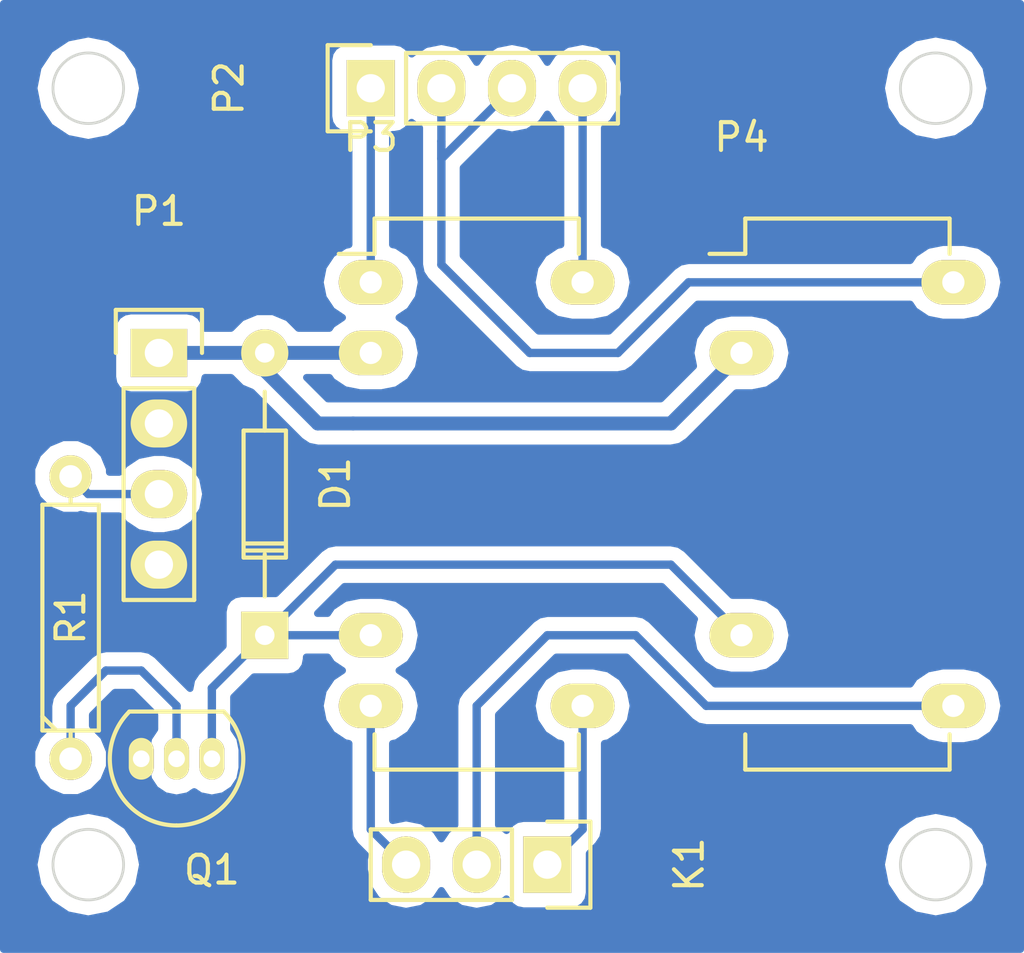
<source format=kicad_pcb>
(kicad_pcb (version 4) (host pcbnew 4.0.2-stable)

  (general
    (links 17)
    (no_connects 0)
    (area 218.389999 85.674999 221.030001 88.315001)
    (thickness 1.6)
    (drawings 4)
    (tracks 53)
    (zones 0)
    (modules 8)
    (nets 12)
  )

  (page A3)
  (layers
    (0 F.Cu signal)
    (31 B.Cu signal)
    (33 F.Adhes user)
    (35 F.Paste user)
    (37 F.SilkS user)
    (39 F.Mask user)
    (44 Edge.Cuts user)
  )

  (setup
    (last_trace_width 0.3)
    (trace_clearance 0.3)
    (zone_clearance 0.508)
    (zone_45_only no)
    (trace_min 0.254)
    (segment_width 0.2)
    (edge_width 0.1)
    (via_size 0.889)
    (via_drill 0.635)
    (via_min_size 0.889)
    (via_min_drill 0.508)
    (uvia_size 0.508)
    (uvia_drill 0.127)
    (uvias_allowed no)
    (uvia_min_size 0.508)
    (uvia_min_drill 0.127)
    (pcb_text_width 0.3)
    (pcb_text_size 1.5 1.5)
    (mod_edge_width 0.15)
    (mod_text_size 1 1)
    (mod_text_width 0.15)
    (pad_size 1.2 1.8)
    (pad_drill 0.8128)
    (pad_to_mask_clearance 0.3)
    (solder_mask_min_width 0.3)
    (aux_axis_origin 0 0)
    (visible_elements FFFFFFBF)
    (pcbplotparams
      (layerselection 0x00030_80000001)
      (usegerberextensions false)
      (excludeedgelayer false)
      (linewidth 0.150000)
      (plotframeref false)
      (viasonmask false)
      (mode 1)
      (useauxorigin false)
      (hpglpennumber 1)
      (hpglpenspeed 20)
      (hpglpendiameter 15)
      (hpglpenoverlay 2)
      (psnegative false)
      (psa4output false)
      (plotreference true)
      (plotvalue true)
      (plotinvisibletext false)
      (padsonsilk false)
      (subtractmaskfromsilk false)
      (outputformat 5)
      (mirror false)
      (drillshape 1)
      (scaleselection 1)
      (outputdirectory output/))
  )

  (net 0 "")
  (net 1 /EN1)
  (net 2 /G_IN1)
  (net 3 /G_OUT)
  (net 4 /L_IN1)
  (net 5 /L_OUT)
  (net 6 /R_IN1)
  (net 7 /R_OUT)
  (net 8 /VCC)
  (net 9 GND)
  (net 10 "Net-(D1-Pad1)")
  (net 11 "Net-(Q1-Pad2)")

  (net_class Default "This is the default net class."
    (clearance 0.3)
    (trace_width 0.3)
    (via_dia 0.889)
    (via_drill 0.635)
    (uvia_dia 0.508)
    (uvia_drill 0.127)
    (add_net /EN1)
    (add_net /G_IN1)
    (add_net /G_OUT)
    (add_net /L_IN1)
    (add_net /L_OUT)
    (add_net /R_IN1)
    (add_net /R_OUT)
    (add_net "Net-(D1-Pad1)")
    (add_net "Net-(Q1-Pad2)")
  )

  (net_class Power ""
    (clearance 0.5)
    (trace_width 0.5)
    (via_dia 0.889)
    (via_drill 0.635)
    (uvia_dia 0.508)
    (uvia_drill 0.127)
    (add_net /VCC)
    (add_net GND)
  )

  (module Diodes_ThroughHole:Diode_DO-35_SOD27_Horizontal_RM10 (layer F.Cu) (tedit 5747F8FC) (tstamp 5747F809)
    (at 215.265 145.415 90)
    (descr "Diode, DO-35,  SOD27, Horizontal, RM 10mm")
    (tags "Diode, DO-35, SOD27, Horizontal, RM 10mm, 1N4148,")
    (path /537C7AE2)
    (fp_text reference D1 (at 5.43052 2.53746 90) (layer F.SilkS)
      (effects (font (size 1 1) (thickness 0.15)))
    )
    (fp_text value DIODE (at 6.35 -1.27 90) (layer F.Fab)
      (effects (font (size 1 1) (thickness 0.15)))
    )
    (fp_line (start 7.36652 -0.00254) (end 8.76352 -0.00254) (layer F.SilkS) (width 0.15))
    (fp_line (start 2.92152 -0.00254) (end 1.39752 -0.00254) (layer F.SilkS) (width 0.15))
    (fp_line (start 3.30252 -0.76454) (end 3.30252 0.75946) (layer F.SilkS) (width 0.15))
    (fp_line (start 3.04852 -0.76454) (end 3.04852 0.75946) (layer F.SilkS) (width 0.15))
    (fp_line (start 2.79452 -0.00254) (end 2.79452 0.75946) (layer F.SilkS) (width 0.15))
    (fp_line (start 2.79452 0.75946) (end 7.36652 0.75946) (layer F.SilkS) (width 0.15))
    (fp_line (start 7.36652 0.75946) (end 7.36652 -0.76454) (layer F.SilkS) (width 0.15))
    (fp_line (start 7.36652 -0.76454) (end 2.79452 -0.76454) (layer F.SilkS) (width 0.15))
    (fp_line (start 2.79452 -0.76454) (end 2.79452 -0.00254) (layer F.SilkS) (width 0.15))
    (pad 2 thru_hole circle (at 10.16052 -0.00254 270) (size 1.69926 1.69926) (drill 0.70104) (layers *.Cu *.Mask F.SilkS)
      (net 8 /VCC))
    (pad 1 thru_hole rect (at 0.00052 -0.00254 270) (size 1.69926 1.69926) (drill 0.70104) (layers *.Cu *.Mask F.SilkS)
      (net 10 "Net-(D1-Pad1)"))
    (model Diodes_ThroughHole.3dshapes/Diode_DO-35_SOD27_Horizontal_RM10.wrl
      (at (xyz 0.2 0 0))
      (scale (xyz 0.4 0.4 0.4))
      (rotate (xyz 0 0 180))
    )
  )

  (module Pin_Headers:Pin_Header_Straight_1x03 (layer F.Cu) (tedit 0) (tstamp 5747F80E)
    (at 225.425 153.67 270)
    (descr "Through hole pin header")
    (tags "pin header")
    (path /537C7B53)
    (fp_text reference K1 (at 0 -5.1 270) (layer F.SilkS)
      (effects (font (size 1 1) (thickness 0.15)))
    )
    (fp_text value CONN_3 (at 0 -3.1 270) (layer F.Fab)
      (effects (font (size 1 1) (thickness 0.15)))
    )
    (fp_line (start -1.75 -1.75) (end -1.75 6.85) (layer F.CrtYd) (width 0.05))
    (fp_line (start 1.75 -1.75) (end 1.75 6.85) (layer F.CrtYd) (width 0.05))
    (fp_line (start -1.75 -1.75) (end 1.75 -1.75) (layer F.CrtYd) (width 0.05))
    (fp_line (start -1.75 6.85) (end 1.75 6.85) (layer F.CrtYd) (width 0.05))
    (fp_line (start -1.27 1.27) (end -1.27 6.35) (layer F.SilkS) (width 0.15))
    (fp_line (start -1.27 6.35) (end 1.27 6.35) (layer F.SilkS) (width 0.15))
    (fp_line (start 1.27 6.35) (end 1.27 1.27) (layer F.SilkS) (width 0.15))
    (fp_line (start 1.55 -1.55) (end 1.55 0) (layer F.SilkS) (width 0.15))
    (fp_line (start 1.27 1.27) (end -1.27 1.27) (layer F.SilkS) (width 0.15))
    (fp_line (start -1.55 0) (end -1.55 -1.55) (layer F.SilkS) (width 0.15))
    (fp_line (start -1.55 -1.55) (end 1.55 -1.55) (layer F.SilkS) (width 0.15))
    (pad 1 thru_hole rect (at 0 0 270) (size 2.032 1.7272) (drill 1.016) (layers *.Cu *.Mask F.SilkS)
      (net 7 /R_OUT))
    (pad 2 thru_hole oval (at 0 2.54 270) (size 2.032 1.7272) (drill 1.016) (layers *.Cu *.Mask F.SilkS)
      (net 3 /G_OUT))
    (pad 3 thru_hole oval (at 0 5.08 270) (size 2.032 1.7272) (drill 1.016) (layers *.Cu *.Mask F.SilkS)
      (net 5 /L_OUT))
    (model Pin_Headers.3dshapes/Pin_Header_Straight_1x03.wrl
      (at (xyz 0 -0.1 0))
      (scale (xyz 1 1 1))
      (rotate (xyz 0 0 90))
    )
  )

  (module Pin_Headers:Pin_Header_Straight_1x04 (layer F.Cu) (tedit 0) (tstamp 5747F81B)
    (at 211.455 135.255)
    (descr "Through hole pin header")
    (tags "pin header")
    (path /5747FE33)
    (fp_text reference P1 (at 0 -5.1) (layer F.SilkS)
      (effects (font (size 1 1) (thickness 0.15)))
    )
    (fp_text value CONN_4 (at 0 -3.1) (layer F.Fab)
      (effects (font (size 1 1) (thickness 0.15)))
    )
    (fp_line (start -1.75 -1.75) (end -1.75 9.4) (layer F.CrtYd) (width 0.05))
    (fp_line (start 1.75 -1.75) (end 1.75 9.4) (layer F.CrtYd) (width 0.05))
    (fp_line (start -1.75 -1.75) (end 1.75 -1.75) (layer F.CrtYd) (width 0.05))
    (fp_line (start -1.75 9.4) (end 1.75 9.4) (layer F.CrtYd) (width 0.05))
    (fp_line (start -1.27 1.27) (end -1.27 8.89) (layer F.SilkS) (width 0.15))
    (fp_line (start 1.27 1.27) (end 1.27 8.89) (layer F.SilkS) (width 0.15))
    (fp_line (start 1.55 -1.55) (end 1.55 0) (layer F.SilkS) (width 0.15))
    (fp_line (start -1.27 8.89) (end 1.27 8.89) (layer F.SilkS) (width 0.15))
    (fp_line (start 1.27 1.27) (end -1.27 1.27) (layer F.SilkS) (width 0.15))
    (fp_line (start -1.55 0) (end -1.55 -1.55) (layer F.SilkS) (width 0.15))
    (fp_line (start -1.55 -1.55) (end 1.55 -1.55) (layer F.SilkS) (width 0.15))
    (pad 1 thru_hole rect (at 0 0) (size 2.032 1.7272) (drill 1.016) (layers *.Cu *.Mask F.SilkS)
      (net 8 /VCC))
    (pad 2 thru_hole oval (at 0 2.54) (size 2.032 1.7272) (drill 1.016) (layers *.Cu *.Mask F.SilkS)
      (net 9 GND))
    (pad 3 thru_hole oval (at 0 5.08) (size 2.032 1.7272) (drill 1.016) (layers *.Cu *.Mask F.SilkS)
      (net 1 /EN1))
    (pad 4 thru_hole oval (at 0 7.62) (size 2.032 1.7272) (drill 1.016) (layers *.Cu *.Mask F.SilkS)
      (net 9 GND))
    (model Pin_Headers.3dshapes/Pin_Header_Straight_1x04.wrl
      (at (xyz 0 -0.15 0))
      (scale (xyz 1 1 1))
      (rotate (xyz 0 0 90))
    )
  )

  (module Pin_Headers:Pin_Header_Straight_1x04 (layer F.Cu) (tedit 0) (tstamp 5747F81C)
    (at 219.075 125.73 90)
    (descr "Through hole pin header")
    (tags "pin header")
    (path /564B2CE5)
    (fp_text reference P2 (at 0 -5.1 90) (layer F.SilkS)
      (effects (font (size 1 1) (thickness 0.15)))
    )
    (fp_text value CONN_4 (at 0 -3.1 90) (layer F.Fab)
      (effects (font (size 1 1) (thickness 0.15)))
    )
    (fp_line (start -1.75 -1.75) (end -1.75 9.4) (layer F.CrtYd) (width 0.05))
    (fp_line (start 1.75 -1.75) (end 1.75 9.4) (layer F.CrtYd) (width 0.05))
    (fp_line (start -1.75 -1.75) (end 1.75 -1.75) (layer F.CrtYd) (width 0.05))
    (fp_line (start -1.75 9.4) (end 1.75 9.4) (layer F.CrtYd) (width 0.05))
    (fp_line (start -1.27 1.27) (end -1.27 8.89) (layer F.SilkS) (width 0.15))
    (fp_line (start 1.27 1.27) (end 1.27 8.89) (layer F.SilkS) (width 0.15))
    (fp_line (start 1.55 -1.55) (end 1.55 0) (layer F.SilkS) (width 0.15))
    (fp_line (start -1.27 8.89) (end 1.27 8.89) (layer F.SilkS) (width 0.15))
    (fp_line (start 1.27 1.27) (end -1.27 1.27) (layer F.SilkS) (width 0.15))
    (fp_line (start -1.55 0) (end -1.55 -1.55) (layer F.SilkS) (width 0.15))
    (fp_line (start -1.55 -1.55) (end 1.55 -1.55) (layer F.SilkS) (width 0.15))
    (pad 1 thru_hole rect (at 0 0 90) (size 2.032 1.7272) (drill 1.016) (layers *.Cu *.Mask F.SilkS)
      (net 4 /L_IN1))
    (pad 2 thru_hole oval (at 0 2.54 90) (size 2.032 1.7272) (drill 1.016) (layers *.Cu *.Mask F.SilkS)
      (net 2 /G_IN1))
    (pad 3 thru_hole oval (at 0 5.08 90) (size 2.032 1.7272) (drill 1.016) (layers *.Cu *.Mask F.SilkS)
      (net 2 /G_IN1))
    (pad 4 thru_hole oval (at 0 7.62 90) (size 2.032 1.7272) (drill 1.016) (layers *.Cu *.Mask F.SilkS)
      (net 6 /R_IN1))
    (model Pin_Headers.3dshapes/Pin_Header_Straight_1x04.wrl
      (at (xyz 0 -0.15 0))
      (scale (xyz 1 1 1))
      (rotate (xyz 0 0 90))
    )
  )

  (module Housings_DIP:DIP-14_W7.62mm_LongPads (layer F.Cu) (tedit 5747F8AA) (tstamp 5747F823)
    (at 219.075 132.715)
    (descr "14-lead dip package, row spacing 7.62 mm (300 mils), longer pads")
    (tags "dil dip 2.54 300")
    (path /537C7ABA)
    (fp_text reference P3 (at 0 -5.22) (layer F.SilkS)
      (effects (font (size 1 1) (thickness 0.15)))
    )
    (fp_text value DIP05-2A72-21L (at 0 -3.72) (layer F.Fab)
      (effects (font (size 1 1) (thickness 0.15)))
    )
    (fp_line (start -1.4 -2.45) (end -1.4 17.7) (layer F.CrtYd) (width 0.05))
    (fp_line (start 9 -2.45) (end 9 17.7) (layer F.CrtYd) (width 0.05))
    (fp_line (start -1.4 -2.45) (end 9 -2.45) (layer F.CrtYd) (width 0.05))
    (fp_line (start -1.4 17.7) (end 9 17.7) (layer F.CrtYd) (width 0.05))
    (fp_line (start 0.135 -2.295) (end 0.135 -1.025) (layer F.SilkS) (width 0.15))
    (fp_line (start 7.485 -2.295) (end 7.485 -1.025) (layer F.SilkS) (width 0.15))
    (fp_line (start 7.485 17.535) (end 7.485 16.265) (layer F.SilkS) (width 0.15))
    (fp_line (start 0.135 17.535) (end 0.135 16.265) (layer F.SilkS) (width 0.15))
    (fp_line (start 0.135 -2.295) (end 7.485 -2.295) (layer F.SilkS) (width 0.15))
    (fp_line (start 0.135 17.535) (end 7.485 17.535) (layer F.SilkS) (width 0.15))
    (fp_line (start 0.135 -1.025) (end -1.15 -1.025) (layer F.SilkS) (width 0.15))
    (pad 1 thru_hole oval (at 0 0) (size 2.3 1.6) (drill 0.8) (layers *.Cu *.Mask F.SilkS)
      (net 4 /L_IN1))
    (pad 2 thru_hole oval (at 0 2.54) (size 2.3 1.6) (drill 0.8) (layers *.Cu *.Mask F.SilkS)
      (net 8 /VCC))
    (pad 6 thru_hole oval (at 0 12.7) (size 2.3 1.6) (drill 0.8) (layers *.Cu *.Mask F.SilkS)
      (net 10 "Net-(D1-Pad1)"))
    (pad 7 thru_hole oval (at 0 15.24) (size 2.3 1.6) (drill 0.8) (layers *.Cu *.Mask F.SilkS)
      (net 5 /L_OUT))
    (pad 8 thru_hole oval (at 7.62 15.24) (size 2.3 1.6) (drill 0.8) (layers *.Cu *.Mask F.SilkS)
      (net 7 /R_OUT))
    (pad 14 thru_hole oval (at 7.62 0) (size 2.3 1.6) (drill 0.8) (layers *.Cu *.Mask F.SilkS)
      (net 6 /R_IN1))
    (model Housings_DIP.3dshapes/DIP-14_W7.62mm_LongPads.wrl
      (at (xyz 0 0 0))
      (scale (xyz 1 1 1))
      (rotate (xyz 0 0 0))
    )
  )

  (module Housings_DIP:DIP-14_W7.62mm_LongPads (layer F.Cu) (tedit 5747FA27) (tstamp 5747F834)
    (at 232.41 132.715)
    (descr "14-lead dip package, row spacing 7.62 mm (300 mils), longer pads")
    (tags "dil dip 2.54 300")
    (path /5382156C)
    (fp_text reference P4 (at 0 -5.22) (layer F.SilkS)
      (effects (font (size 1 1) (thickness 0.15)))
    )
    (fp_text value DIP05-1A72-12L (at 0 -3.72) (layer F.Fab)
      (effects (font (size 1 1) (thickness 0.15)))
    )
    (fp_line (start -1.4 -2.45) (end -1.4 17.7) (layer F.CrtYd) (width 0.05))
    (fp_line (start 9 -2.45) (end 9 17.7) (layer F.CrtYd) (width 0.05))
    (fp_line (start -1.4 -2.45) (end 9 -2.45) (layer F.CrtYd) (width 0.05))
    (fp_line (start -1.4 17.7) (end 9 17.7) (layer F.CrtYd) (width 0.05))
    (fp_line (start 0.135 -2.295) (end 0.135 -1.025) (layer F.SilkS) (width 0.15))
    (fp_line (start 7.485 -2.295) (end 7.485 -1.025) (layer F.SilkS) (width 0.15))
    (fp_line (start 7.485 17.535) (end 7.485 16.265) (layer F.SilkS) (width 0.15))
    (fp_line (start 0.135 17.535) (end 0.135 16.265) (layer F.SilkS) (width 0.15))
    (fp_line (start 0.135 -2.295) (end 7.485 -2.295) (layer F.SilkS) (width 0.15))
    (fp_line (start 0.135 17.535) (end 7.485 17.535) (layer F.SilkS) (width 0.15))
    (fp_line (start 0.135 -1.025) (end -1.15 -1.025) (layer F.SilkS) (width 0.15))
    (pad 2 thru_hole oval (at 0 2.54) (size 2.3 1.6) (drill 0.8) (layers *.Cu *.Mask F.SilkS)
      (net 8 /VCC))
    (pad 6 thru_hole oval (at 0 12.7) (size 2.3 1.6) (drill 0.8) (layers *.Cu *.Mask F.SilkS)
      (net 10 "Net-(D1-Pad1)"))
    (pad 8 thru_hole oval (at 7.62 15.24) (size 2.3 1.6) (drill 0.8) (layers *.Cu *.Mask F.SilkS)
      (net 3 /G_OUT))
    (pad 14 thru_hole oval (at 7.62 0) (size 2.3 1.6) (drill 0.8) (layers *.Cu *.Mask F.SilkS)
      (net 2 /G_IN1))
    (model Housings_DIP.3dshapes/DIP-14_W7.62mm_LongPads.wrl
      (at (xyz 0 0 0))
      (scale (xyz 1 1 1))
      (rotate (xyz 0 0 0))
    )
  )

  (module TO_SOT_Packages_THT:TO-92_Inline_Narrow_Oval (layer F.Cu) (tedit 5747F8F9) (tstamp 5747F845)
    (at 213.36 149.86 180)
    (descr "TO-92 leads in-line, narrow, oval pads, drill 0.6mm (see NXP sot054_po.pdf)")
    (tags "to-92 sc-43 sc-43a sot54 PA33 transistor")
    (path /537C7A2D)
    (fp_text reference Q1 (at 0 -4 180) (layer F.SilkS)
      (effects (font (size 1 1) (thickness 0.15)))
    )
    (fp_text value BC547 (at -2.54 -0.635 270) (layer F.Fab)
      (effects (font (size 1 1) (thickness 0.15)))
    )
    (fp_line (start -1.4 1.95) (end -1.4 -2.65) (layer F.CrtYd) (width 0.05))
    (fp_line (start -1.4 1.95) (end 3.95 1.95) (layer F.CrtYd) (width 0.05))
    (fp_line (start -0.43 1.7) (end 2.97 1.7) (layer F.SilkS) (width 0.15))
    (fp_arc (start 1.27 0) (end 1.27 -2.4) (angle -135) (layer F.SilkS) (width 0.15))
    (fp_arc (start 1.27 0) (end 1.27 -2.4) (angle 135) (layer F.SilkS) (width 0.15))
    (fp_line (start -1.4 -2.65) (end 3.95 -2.65) (layer F.CrtYd) (width 0.05))
    (fp_line (start 3.95 1.95) (end 3.95 -2.65) (layer F.CrtYd) (width 0.05))
    (pad 2 thru_hole oval (at 1.27 0) (size 0.89916 1.50114) (drill 0.6) (layers *.Cu *.Mask F.SilkS)
      (net 11 "Net-(Q1-Pad2)"))
    (pad 3 thru_hole oval (at 2.54 0) (size 0.89916 1.50114) (drill 0.6) (layers *.Cu *.Mask F.SilkS)
      (net 9 GND))
    (pad 1 thru_hole oval (at 0 0) (size 0.89916 1.50114) (drill 0.6) (layers *.Cu *.Mask F.SilkS)
      (net 10 "Net-(D1-Pad1)"))
    (model TO_SOT_Packages_THT.3dshapes/TO-92_Inline_Narrow_Oval.wrl
      (at (xyz 0.05 0 0))
      (scale (xyz 1 1 1))
      (rotate (xyz 0 0 -90))
    )
  )

  (module Discret:R4 (layer F.Cu) (tedit 0) (tstamp 5747F84B)
    (at 208.28 144.78 90)
    (descr "Resitance 4 pas")
    (tags R)
    (path /537C7C41)
    (fp_text reference R1 (at 0 0 90) (layer F.SilkS)
      (effects (font (size 1 1) (thickness 0.15)))
    )
    (fp_text value 12K (at 0 0 90) (layer F.Fab)
      (effects (font (size 1 1) (thickness 0.15)))
    )
    (fp_line (start -5.08 0) (end -4.064 0) (layer F.SilkS) (width 0.15))
    (fp_line (start -4.064 0) (end -4.064 -1.016) (layer F.SilkS) (width 0.15))
    (fp_line (start -4.064 -1.016) (end 4.064 -1.016) (layer F.SilkS) (width 0.15))
    (fp_line (start 4.064 -1.016) (end 4.064 1.016) (layer F.SilkS) (width 0.15))
    (fp_line (start 4.064 1.016) (end -4.064 1.016) (layer F.SilkS) (width 0.15))
    (fp_line (start -4.064 1.016) (end -4.064 0) (layer F.SilkS) (width 0.15))
    (fp_line (start -4.064 -0.508) (end -3.556 -1.016) (layer F.SilkS) (width 0.15))
    (fp_line (start 5.08 0) (end 4.064 0) (layer F.SilkS) (width 0.15))
    (pad 1 thru_hole circle (at -5.08 0 90) (size 1.524 1.524) (drill 0.8128) (layers *.Cu *.Mask F.SilkS)
      (net 11 "Net-(Q1-Pad2)"))
    (pad 2 thru_hole circle (at 5.08 0 90) (size 1.524 1.524) (drill 0.8128) (layers *.Cu *.Mask F.SilkS)
      (net 1 /EN1))
    (model Discret.3dshapes/R4.wrl
      (at (xyz 0 0 0))
      (scale (xyz 0.4 0.4 0.4))
      (rotate (xyz 0 0 0))
    )
  )

  (gr_circle (center 239.395 153.67) (end 240.665 153.67) (layer Edge.Cuts) (width 0.1))
  (gr_circle (center 208.915 153.67) (end 210.185 153.67) (layer Edge.Cuts) (width 0.1))
  (gr_circle (center 239.395 125.73) (end 240.665 125.73) (layer Edge.Cuts) (width 0.1))
  (gr_circle (center 208.915 125.73) (end 210.185 125.73) (layer Edge.Cuts) (width 0.1))

  (segment (start 211.455 140.335) (end 208.915 140.335) (width 0.3) (layer B.Cu) (net 1))
  (segment (start 208.915 140.335) (end 208.28 139.7) (width 0.3) (layer B.Cu) (net 1) (tstamp 5747FB14))
  (segment (start 224.155 125.73) (end 221.615 128.27) (width 0.3) (layer B.Cu) (net 2))
  (segment (start 221.615 128.27) (end 221.615 127.635) (width 0.3) (layer B.Cu) (net 2) (tstamp 5747FA7A))
  (segment (start 224.155 125.73) (end 223.52 125.73) (width 0.3) (layer B.Cu) (net 2))
  (segment (start 240.03 132.715) (end 230.505 132.715) (width 0.3) (layer B.Cu) (net 2) (status 400000))
  (segment (start 230.505 132.715) (end 227.965 135.255) (width 0.3) (layer B.Cu) (net 2) (tstamp 5747FA42))
  (segment (start 227.965 135.255) (end 224.79 135.255) (width 0.3) (layer B.Cu) (net 2) (tstamp 5747FA44))
  (segment (start 224.79 135.255) (end 221.615 132.08) (width 0.3) (layer B.Cu) (net 2) (tstamp 5747FA46))
  (segment (start 221.615 132.08) (end 221.615 127.635) (width 0.3) (layer B.Cu) (net 2) (tstamp 5747FA48))
  (segment (start 221.615 127.635) (end 221.615 125.73) (width 0.3) (layer B.Cu) (net 2) (tstamp 5747FA51))
  (segment (start 239.395 132.715) (end 240.03 132.715) (width 0.3) (layer B.Cu) (net 2) (tstamp 5747FA19))
  (segment (start 240.03 147.955) (end 231.14 147.955) (width 0.3) (layer B.Cu) (net 3) (status 400000))
  (segment (start 222.885 147.955) (end 222.885 153.67) (width 0.3) (layer B.Cu) (net 3) (tstamp 5747FA66))
  (segment (start 225.425 145.415) (end 222.885 147.955) (width 0.3) (layer B.Cu) (net 3) (tstamp 5747FA64))
  (segment (start 228.6 145.415) (end 225.425 145.415) (width 0.3) (layer B.Cu) (net 3) (tstamp 5747FA62))
  (segment (start 231.14 147.955) (end 228.6 145.415) (width 0.3) (layer B.Cu) (net 3) (tstamp 5747FA60))
  (segment (start 219.075 125.73) (end 219.075 132.715) (width 0.3) (layer B.Cu) (net 4))
  (segment (start 219.075 147.955) (end 219.075 152.4) (width 0.3) (layer B.Cu) (net 5))
  (segment (start 219.075 152.4) (end 220.345 153.67) (width 0.3) (layer B.Cu) (net 5) (tstamp 5747FA09))
  (segment (start 226.695 125.73) (end 226.695 132.715) (width 0.3) (layer B.Cu) (net 6))
  (segment (start 226.695 147.955) (end 226.695 152.4) (width 0.3) (layer B.Cu) (net 7))
  (segment (start 226.695 152.4) (end 225.425 153.67) (width 0.3) (layer B.Cu) (net 7) (tstamp 5747FA0D))
  (segment (start 214.62746 135.25448) (end 211.45552 135.25448) (width 0.5) (layer B.Cu) (net 8))
  (segment (start 211.45552 135.25448) (end 211.455 135.255) (width 0.5) (layer B.Cu) (net 8) (tstamp 5747FB11))
  (segment (start 214.62746 135.25448) (end 214.62746 135.25246) (width 0.5) (layer B.Cu) (net 8))
  (segment (start 214.62746 135.25448) (end 219.07448 135.25448) (width 0.5) (layer B.Cu) (net 8))
  (segment (start 219.07448 135.25448) (end 219.075 135.255) (width 0.5) (layer B.Cu) (net 8) (tstamp 5747F9A5))
  (segment (start 232.41 135.255) (end 229.87 137.795) (width 0.5) (layer B.Cu) (net 8))
  (segment (start 217.17 137.795) (end 214.62948 135.25448) (width 0.5) (layer B.Cu) (net 8) (tstamp 5747F9A1))
  (segment (start 218.44 137.795) (end 217.17 137.795) (width 0.5) (layer B.Cu) (net 8) (tstamp 5747F9A0))
  (segment (start 229.87 137.795) (end 218.44 137.795) (width 0.5) (layer B.Cu) (net 8) (tstamp 5747F99F))
  (segment (start 214.62948 135.25448) (end 214.62746 135.25448) (width 0.5) (layer B.Cu) (net 8) (tstamp 5747F9A2))
  (segment (start 215.26246 145.41448) (end 219.07448 145.41448) (width 0.3) (layer B.Cu) (net 10) (status C00000))
  (segment (start 219.07448 145.41448) (end 219.075 145.415) (width 0.3) (layer B.Cu) (net 10) (tstamp 5747FB85) (status C00000))
  (segment (start 215.26246 145.41448) (end 215.26552 145.41448) (width 0.3) (layer B.Cu) (net 10) (status C00000))
  (segment (start 215.26552 145.41448) (end 217.805 142.875) (width 0.3) (layer B.Cu) (net 10) (tstamp 5747FB74) (status 400000))
  (segment (start 229.87 142.875) (end 232.41 145.415) (width 0.3) (layer B.Cu) (net 10) (tstamp 5747FB77) (status 800000))
  (segment (start 217.805 142.875) (end 229.87 142.875) (width 0.3) (layer B.Cu) (net 10) (tstamp 5747FB75))
  (segment (start 213.36 149.86) (end 213.36 147.31694) (width 0.3) (layer B.Cu) (net 10) (status 400000))
  (segment (start 213.36 147.31694) (end 215.26246 145.41448) (width 0.3) (layer B.Cu) (net 10) (tstamp 5747FB70) (status 800000))
  (segment (start 215.26246 145.41448) (end 215.26246 146.05254) (width 0.3) (layer B.Cu) (net 10) (status C00000))
  (segment (start 215.26246 144.78254) (end 215.26246 145.41448) (width 0.3) (layer B.Cu) (net 10) (tstamp 5747FB62) (status C00000))
  (segment (start 214.62746 145.41448) (end 214.62746 145.41754) (width 0.3) (layer B.Cu) (net 10))
  (segment (start 219.07448 145.41448) (end 219.075 145.415) (width 0.3) (layer B.Cu) (net 10) (tstamp 5747FA56))
  (segment (start 214.62694 145.415) (end 214.62746 145.41448) (width 0.3) (layer B.Cu) (net 10) (tstamp 5747FA53))
  (segment (start 214.62694 145.415) (end 214.62746 145.41448) (width 0.3) (layer B.Cu) (net 10) (tstamp 5747FA06))
  (segment (start 219.07448 145.41448) (end 219.075 145.415) (width 0.3) (layer B.Cu) (net 10) (tstamp 5747F924))
  (segment (start 212.09 149.86) (end 212.09 147.955) (width 0.3) (layer B.Cu) (net 11))
  (segment (start 208.28 147.955) (end 208.28 149.86) (width 0.3) (layer B.Cu) (net 11) (tstamp 5747FB1E))
  (segment (start 209.55 146.685) (end 208.28 147.955) (width 0.3) (layer B.Cu) (net 11) (tstamp 5747FB1C))
  (segment (start 210.82 146.685) (end 209.55 146.685) (width 0.3) (layer B.Cu) (net 11) (tstamp 5747FB1A))
  (segment (start 212.09 147.955) (end 210.82 146.685) (width 0.3) (layer B.Cu) (net 11) (tstamp 5747FB19))

  (zone (net 9) (net_name GND) (layer B.Cu) (tstamp 5747FA6A) (hatch edge 0.508)
    (connect_pads yes (clearance 0.508))
    (min_thickness 0.254)
    (fill yes (arc_segments 16) (thermal_gap 0.508) (thermal_bridge_width 0.508))
    (polygon
      (pts
        (xy 205.74 122.555) (xy 205.74 156.845) (xy 242.57 156.845) (xy 242.57 122.555)
      )
    )
    (filled_polygon
      (pts
        (xy 242.443 156.718) (xy 205.867 156.718) (xy 205.867 153.67) (xy 206.96 153.67) (xy 207.108816 154.418146)
        (xy 207.532606 155.052394) (xy 208.166854 155.476184) (xy 208.915 155.625) (xy 209.663146 155.476184) (xy 210.297394 155.052394)
        (xy 210.721184 154.418146) (xy 210.87 153.67) (xy 210.721184 152.921854) (xy 210.297394 152.287606) (xy 209.663146 151.863816)
        (xy 208.915 151.715) (xy 208.166854 151.863816) (xy 207.532606 152.287606) (xy 207.108816 152.921854) (xy 206.96 153.67)
        (xy 205.867 153.67) (xy 205.867 150.136661) (xy 206.882758 150.136661) (xy 207.09499 150.650303) (xy 207.48763 151.043629)
        (xy 208.0009 151.256757) (xy 208.556661 151.257242) (xy 209.070303 151.04501) (xy 209.463629 150.65237) (xy 209.676757 150.1391)
        (xy 209.677242 149.583339) (xy 209.46501 149.069697) (xy 209.07237 148.676371) (xy 209.065 148.673311) (xy 209.065 148.280158)
        (xy 209.875158 147.47) (xy 210.494842 147.47) (xy 211.305 148.280158) (xy 211.305 148.792019) (xy 211.087979 149.116814)
        (xy 211.00542 149.531865) (xy 211.00542 150.188135) (xy 211.087979 150.603186) (xy 211.323086 150.955049) (xy 211.674949 151.190156)
        (xy 212.09 151.272715) (xy 212.505051 151.190156) (xy 212.725 151.043191) (xy 212.944949 151.190156) (xy 213.36 151.272715)
        (xy 213.775051 151.190156) (xy 214.126914 150.955049) (xy 214.362021 150.603186) (xy 214.44458 150.188135) (xy 214.44458 149.531865)
        (xy 214.362021 149.116814) (xy 214.145 148.792019) (xy 214.145 147.642098) (xy 214.875548 146.91155) (xy 216.11209 146.91155)
        (xy 216.347407 146.867272) (xy 216.563531 146.7282) (xy 216.708521 146.516) (xy 216.75953 146.26411) (xy 216.75953 146.19948)
        (xy 217.521505 146.19948) (xy 217.675332 146.429698) (xy 218.057418 146.685) (xy 217.675332 146.940302) (xy 217.364263 147.405849)
        (xy 217.25503 147.955) (xy 217.364263 148.504151) (xy 217.675332 148.969698) (xy 218.140879 149.280767) (xy 218.29 149.310429)
        (xy 218.29 152.4) (xy 218.349755 152.700407) (xy 218.519921 152.955079) (xy 218.880195 153.315353) (xy 218.8464 153.485255)
        (xy 218.8464 153.854745) (xy 218.960474 154.428234) (xy 219.28533 154.914415) (xy 219.771511 155.239271) (xy 220.345 155.353345)
        (xy 220.918489 155.239271) (xy 221.40467 154.914415) (xy 221.615 154.599634) (xy 221.82533 154.914415) (xy 222.311511 155.239271)
        (xy 222.885 155.353345) (xy 223.458489 155.239271) (xy 223.94467 154.914415) (xy 223.954243 154.900087) (xy 223.958238 154.921317)
        (xy 224.09731 155.137441) (xy 224.30951 155.282431) (xy 224.5614 155.33344) (xy 226.2886 155.33344) (xy 226.523917 155.289162)
        (xy 226.740041 155.15009) (xy 226.885031 154.93789) (xy 226.93604 154.686) (xy 226.93604 153.67) (xy 237.44 153.67)
        (xy 237.588816 154.418146) (xy 238.012606 155.052394) (xy 238.646854 155.476184) (xy 239.395 155.625) (xy 240.143146 155.476184)
        (xy 240.777394 155.052394) (xy 241.201184 154.418146) (xy 241.35 153.67) (xy 241.201184 152.921854) (xy 240.777394 152.287606)
        (xy 240.143146 151.863816) (xy 239.395 151.715) (xy 238.646854 151.863816) (xy 238.012606 152.287606) (xy 237.588816 152.921854)
        (xy 237.44 153.67) (xy 226.93604 153.67) (xy 226.93604 153.269118) (xy 227.250079 152.955079) (xy 227.420245 152.700407)
        (xy 227.48 152.4) (xy 227.48 149.310429) (xy 227.629121 149.280767) (xy 228.094668 148.969698) (xy 228.405737 148.504151)
        (xy 228.51497 147.955) (xy 228.405737 147.405849) (xy 228.094668 146.940302) (xy 227.629121 146.629233) (xy 227.07997 146.52)
        (xy 226.31003 146.52) (xy 225.760879 146.629233) (xy 225.295332 146.940302) (xy 224.984263 147.405849) (xy 224.87503 147.955)
        (xy 224.984263 148.504151) (xy 225.295332 148.969698) (xy 225.760879 149.280767) (xy 225.91 149.310429) (xy 225.91 152.00656)
        (xy 224.5614 152.00656) (xy 224.326083 152.050838) (xy 224.109959 152.18991) (xy 223.964969 152.40211) (xy 223.9566 152.443439)
        (xy 223.94467 152.425585) (xy 223.67 152.242056) (xy 223.67 148.280158) (xy 225.750158 146.2) (xy 228.274842 146.2)
        (xy 230.584921 148.510079) (xy 230.839594 148.680245) (xy 231.14 148.74) (xy 238.476852 148.74) (xy 238.630332 148.969698)
        (xy 239.095879 149.280767) (xy 239.64503 149.39) (xy 240.41497 149.39) (xy 240.964121 149.280767) (xy 241.429668 148.969698)
        (xy 241.740737 148.504151) (xy 241.84997 147.955) (xy 241.740737 147.405849) (xy 241.429668 146.940302) (xy 240.964121 146.629233)
        (xy 240.41497 146.52) (xy 239.64503 146.52) (xy 239.095879 146.629233) (xy 238.630332 146.940302) (xy 238.476852 147.17)
        (xy 231.465158 147.17) (xy 229.155079 144.859921) (xy 228.900407 144.689755) (xy 228.6 144.63) (xy 225.425 144.63)
        (xy 225.124594 144.689755) (xy 225.124592 144.689756) (xy 225.124593 144.689756) (xy 224.869921 144.859921) (xy 222.329921 147.399921)
        (xy 222.159755 147.654593) (xy 222.159755 147.654594) (xy 222.1 147.955) (xy 222.1 152.242056) (xy 221.82533 152.425585)
        (xy 221.615 152.740366) (xy 221.40467 152.425585) (xy 220.918489 152.100729) (xy 220.345 151.986655) (xy 219.866911 152.081753)
        (xy 219.86 152.074842) (xy 219.86 149.310429) (xy 220.009121 149.280767) (xy 220.474668 148.969698) (xy 220.785737 148.504151)
        (xy 220.89497 147.955) (xy 220.785737 147.405849) (xy 220.474668 146.940302) (xy 220.092582 146.685) (xy 220.474668 146.429698)
        (xy 220.785737 145.964151) (xy 220.89497 145.415) (xy 220.785737 144.865849) (xy 220.474668 144.400302) (xy 220.009121 144.089233)
        (xy 219.45997 143.98) (xy 218.69003 143.98) (xy 218.140879 144.089233) (xy 217.675332 144.400302) (xy 217.5222 144.62948)
        (xy 217.160678 144.62948) (xy 218.130158 143.66) (xy 229.544842 143.66) (xy 230.719862 144.83502) (xy 230.699263 144.865849)
        (xy 230.59003 145.415) (xy 230.699263 145.964151) (xy 231.010332 146.429698) (xy 231.475879 146.740767) (xy 232.02503 146.85)
        (xy 232.79497 146.85) (xy 233.344121 146.740767) (xy 233.809668 146.429698) (xy 234.120737 145.964151) (xy 234.22997 145.415)
        (xy 234.120737 144.865849) (xy 233.809668 144.400302) (xy 233.344121 144.089233) (xy 232.79497 143.98) (xy 232.085158 143.98)
        (xy 230.425079 142.319921) (xy 230.170407 142.149755) (xy 229.87 142.09) (xy 217.805 142.09) (xy 217.504593 142.149755)
        (xy 217.249921 142.319921) (xy 215.652432 143.91741) (xy 214.41283 143.91741) (xy 214.177513 143.961688) (xy 213.961389 144.10076)
        (xy 213.816399 144.31296) (xy 213.76539 144.56485) (xy 213.76539 145.801392) (xy 212.804921 146.761861) (xy 212.634755 147.016533)
        (xy 212.634755 147.016534) (xy 212.575 147.31694) (xy 212.575 147.329842) (xy 211.375079 146.129921) (xy 211.120407 145.959755)
        (xy 210.82 145.9) (xy 209.55 145.9) (xy 209.249593 145.959755) (xy 208.994921 146.129921) (xy 207.724921 147.399921)
        (xy 207.554755 147.654593) (xy 207.554755 147.654594) (xy 207.495 147.955) (xy 207.495 148.672799) (xy 207.489697 148.67499)
        (xy 207.096371 149.06763) (xy 206.883243 149.5809) (xy 206.882758 150.136661) (xy 205.867 150.136661) (xy 205.867 139.976661)
        (xy 206.882758 139.976661) (xy 207.09499 140.490303) (xy 207.48763 140.883629) (xy 208.0009 141.096757) (xy 208.556661 141.097242)
        (xy 208.63593 141.064489) (xy 208.915 141.120001) (xy 208.915005 141.12) (xy 210.027056 141.12) (xy 210.210585 141.39467)
        (xy 210.696766 141.719526) (xy 211.270255 141.8336) (xy 211.639745 141.8336) (xy 212.213234 141.719526) (xy 212.699415 141.39467)
        (xy 213.024271 140.908489) (xy 213.138345 140.335) (xy 213.024271 139.761511) (xy 212.699415 139.27533) (xy 212.213234 138.950474)
        (xy 211.639745 138.8364) (xy 211.270255 138.8364) (xy 210.696766 138.950474) (xy 210.210585 139.27533) (xy 210.027056 139.55)
        (xy 209.677131 139.55) (xy 209.677242 139.423339) (xy 209.46501 138.909697) (xy 209.07237 138.516371) (xy 208.5591 138.303243)
        (xy 208.003339 138.302758) (xy 207.489697 138.51499) (xy 207.096371 138.90763) (xy 206.883243 139.4209) (xy 206.882758 139.976661)
        (xy 205.867 139.976661) (xy 205.867 134.3914) (xy 209.79156 134.3914) (xy 209.79156 136.1186) (xy 209.835838 136.353917)
        (xy 209.97491 136.570041) (xy 210.18711 136.715031) (xy 210.439 136.76604) (xy 212.471 136.76604) (xy 212.706317 136.721762)
        (xy 212.922441 136.58269) (xy 213.067431 136.37049) (xy 213.114212 136.13948) (xy 214.048162 136.13948) (xy 214.420386 136.512354)
        (xy 214.78872 136.6653) (xy 216.544208 138.420787) (xy 216.54421 138.42079) (xy 216.831325 138.612633) (xy 216.887516 138.62381)
        (xy 217.17 138.680001) (xy 217.170005 138.68) (xy 229.869995 138.68) (xy 229.87 138.680001) (xy 230.152484 138.62381)
        (xy 230.208675 138.612633) (xy 230.49579 138.42079) (xy 232.226579 136.69) (xy 232.79497 136.69) (xy 233.344121 136.580767)
        (xy 233.809668 136.269698) (xy 234.120737 135.804151) (xy 234.22997 135.255) (xy 234.120737 134.705849) (xy 233.809668 134.240302)
        (xy 233.344121 133.929233) (xy 232.79497 133.82) (xy 232.02503 133.82) (xy 231.475879 133.929233) (xy 231.010332 134.240302)
        (xy 230.699263 134.705849) (xy 230.59003 135.255) (xy 230.684332 135.729088) (xy 229.50342 136.91) (xy 217.536579 136.91)
        (xy 216.766059 136.13948) (xy 217.588323 136.13948) (xy 217.675332 136.269698) (xy 218.140879 136.580767) (xy 218.69003 136.69)
        (xy 219.45997 136.69) (xy 220.009121 136.580767) (xy 220.474668 136.269698) (xy 220.785737 135.804151) (xy 220.89497 135.255)
        (xy 220.785737 134.705849) (xy 220.474668 134.240302) (xy 220.092582 133.985) (xy 220.474668 133.729698) (xy 220.785737 133.264151)
        (xy 220.89497 132.715) (xy 220.785737 132.165849) (xy 220.474668 131.700302) (xy 220.009121 131.389233) (xy 219.86 131.359571)
        (xy 219.86 127.39344) (xy 219.9386 127.39344) (xy 220.173917 127.349162) (xy 220.390041 127.21009) (xy 220.535031 126.99789)
        (xy 220.5434 126.956561) (xy 220.55533 126.974415) (xy 220.83 127.157944) (xy 220.83 132.08) (xy 220.889755 132.380407)
        (xy 221.059921 132.635079) (xy 224.234921 135.810079) (xy 224.489593 135.980245) (xy 224.79 136.04) (xy 227.965 136.04)
        (xy 228.265407 135.980245) (xy 228.520079 135.810079) (xy 230.830158 133.5) (xy 238.476852 133.5) (xy 238.630332 133.729698)
        (xy 239.095879 134.040767) (xy 239.64503 134.15) (xy 240.41497 134.15) (xy 240.964121 134.040767) (xy 241.429668 133.729698)
        (xy 241.740737 133.264151) (xy 241.84997 132.715) (xy 241.740737 132.165849) (xy 241.429668 131.700302) (xy 240.964121 131.389233)
        (xy 240.41497 131.28) (xy 239.64503 131.28) (xy 239.095879 131.389233) (xy 238.630332 131.700302) (xy 238.476852 131.93)
        (xy 230.505 131.93) (xy 230.204594 131.989755) (xy 230.204592 131.989756) (xy 230.204593 131.989756) (xy 229.949921 132.159921)
        (xy 227.639842 134.47) (xy 225.115158 134.47) (xy 222.4 131.754842) (xy 222.4 128.595158) (xy 223.676911 127.318247)
        (xy 224.155 127.413345) (xy 224.728489 127.299271) (xy 225.21467 126.974415) (xy 225.425 126.659634) (xy 225.63533 126.974415)
        (xy 225.91 127.157944) (xy 225.91 131.359571) (xy 225.760879 131.389233) (xy 225.295332 131.700302) (xy 224.984263 132.165849)
        (xy 224.87503 132.715) (xy 224.984263 133.264151) (xy 225.295332 133.729698) (xy 225.760879 134.040767) (xy 226.31003 134.15)
        (xy 227.07997 134.15) (xy 227.629121 134.040767) (xy 228.094668 133.729698) (xy 228.405737 133.264151) (xy 228.51497 132.715)
        (xy 228.405737 132.165849) (xy 228.094668 131.700302) (xy 227.629121 131.389233) (xy 227.48 131.359571) (xy 227.48 127.157944)
        (xy 227.75467 126.974415) (xy 228.079526 126.488234) (xy 228.1936 125.914745) (xy 228.1936 125.73) (xy 237.44 125.73)
        (xy 237.588816 126.478146) (xy 238.012606 127.112394) (xy 238.646854 127.536184) (xy 239.395 127.685) (xy 240.143146 127.536184)
        (xy 240.777394 127.112394) (xy 241.201184 126.478146) (xy 241.35 125.73) (xy 241.201184 124.981854) (xy 240.777394 124.347606)
        (xy 240.143146 123.923816) (xy 239.395 123.775) (xy 238.646854 123.923816) (xy 238.012606 124.347606) (xy 237.588816 124.981854)
        (xy 237.44 125.73) (xy 228.1936 125.73) (xy 228.1936 125.545255) (xy 228.079526 124.971766) (xy 227.75467 124.485585)
        (xy 227.268489 124.160729) (xy 226.695 124.046655) (xy 226.121511 124.160729) (xy 225.63533 124.485585) (xy 225.425 124.800366)
        (xy 225.21467 124.485585) (xy 224.728489 124.160729) (xy 224.155 124.046655) (xy 223.581511 124.160729) (xy 223.09533 124.485585)
        (xy 222.885 124.800366) (xy 222.67467 124.485585) (xy 222.188489 124.160729) (xy 221.615 124.046655) (xy 221.041511 124.160729)
        (xy 220.55533 124.485585) (xy 220.545757 124.499913) (xy 220.541762 124.478683) (xy 220.40269 124.262559) (xy 220.19049 124.117569)
        (xy 219.9386 124.06656) (xy 218.2114 124.06656) (xy 217.976083 124.110838) (xy 217.759959 124.24991) (xy 217.614969 124.46211)
        (xy 217.56396 124.714) (xy 217.56396 126.746) (xy 217.608238 126.981317) (xy 217.74731 127.197441) (xy 217.95951 127.342431)
        (xy 218.2114 127.39344) (xy 218.29 127.39344) (xy 218.29 131.359571) (xy 218.140879 131.389233) (xy 217.675332 131.700302)
        (xy 217.364263 132.165849) (xy 217.25503 132.715) (xy 217.364263 133.264151) (xy 217.675332 133.729698) (xy 218.057418 133.985)
        (xy 217.675332 134.240302) (xy 217.589018 134.36948) (xy 216.476758 134.36948) (xy 216.104534 133.996606) (xy 215.559067 133.770108)
        (xy 214.968444 133.769592) (xy 214.422583 133.995138) (xy 214.047587 134.36948) (xy 213.114315 134.36948) (xy 213.074162 134.156083)
        (xy 212.93509 133.939959) (xy 212.72289 133.794969) (xy 212.471 133.74396) (xy 210.439 133.74396) (xy 210.203683 133.788238)
        (xy 209.987559 133.92731) (xy 209.842569 134.13951) (xy 209.79156 134.3914) (xy 205.867 134.3914) (xy 205.867 125.73)
        (xy 206.96 125.73) (xy 207.108816 126.478146) (xy 207.532606 127.112394) (xy 208.166854 127.536184) (xy 208.915 127.685)
        (xy 209.663146 127.536184) (xy 210.297394 127.112394) (xy 210.721184 126.478146) (xy 210.87 125.73) (xy 210.721184 124.981854)
        (xy 210.297394 124.347606) (xy 209.663146 123.923816) (xy 208.915 123.775) (xy 208.166854 123.923816) (xy 207.532606 124.347606)
        (xy 207.108816 124.981854) (xy 206.96 125.73) (xy 205.867 125.73) (xy 205.867 122.682) (xy 242.443 122.682)
      )
    )
  )
)

</source>
